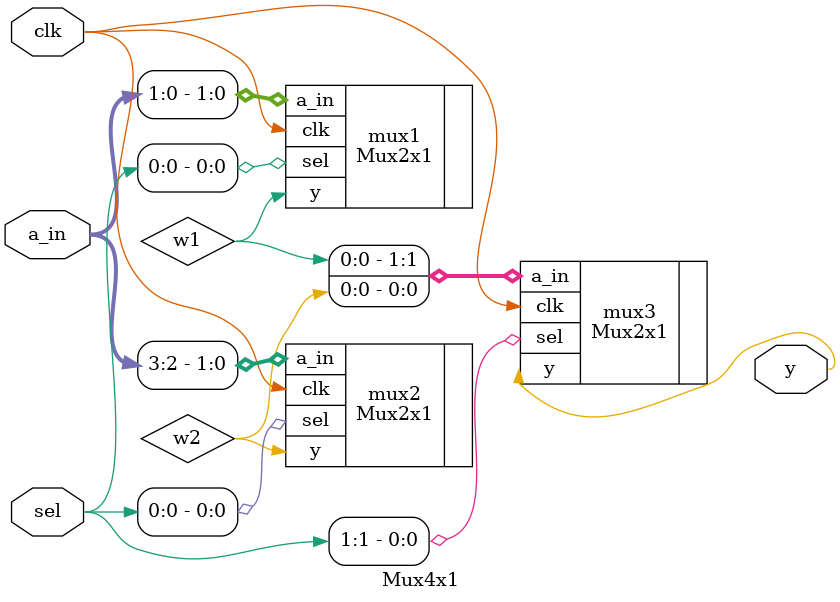
<source format=v>

module Mux4x1(
	input clk,
	input [1:0] sel,
	input [3:0] a_in,
	output y
);

wire w1, w2;

Mux2x1 mux1(.clk(clk), .sel(sel[0]), .a_in(a_in[1:0]), .y(w1));
Mux2x1 mux2(.clk(clk), .sel(sel[0]), .a_in(a_in[3:2]), .y(w2));

Mux2x1 mux3(.clk(clk), .sel(sel[1]), .a_in({w1,w2}), .y(y));

endmodule
</source>
